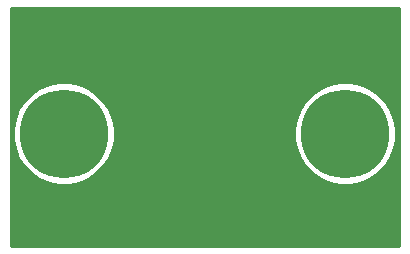
<source format=gbr>
G04 #@! TF.GenerationSoftware,KiCad,Pcbnew,(5.1.6)-1*
G04 #@! TF.CreationDate,2021-04-29T20:17:03-05:00*
G04 #@! TF.ProjectId,BEncoderBoard3(3.2),42456e63-6f64-4657-9242-6f6172643328,rev?*
G04 #@! TF.SameCoordinates,Original*
G04 #@! TF.FileFunction,Copper,L2,Bot*
G04 #@! TF.FilePolarity,Positive*
%FSLAX46Y46*%
G04 Gerber Fmt 4.6, Leading zero omitted, Abs format (unit mm)*
G04 Created by KiCad (PCBNEW (5.1.6)-1) date 2021-04-29 20:17:03*
%MOMM*%
%LPD*%
G01*
G04 APERTURE LIST*
G04 #@! TA.AperFunction,ComponentPad*
%ADD10C,7.500000*%
G04 #@! TD*
G04 #@! TA.AperFunction,ViaPad*
%ADD11C,0.450000*%
G04 #@! TD*
G04 #@! TA.AperFunction,Conductor*
%ADD12C,0.254000*%
G04 #@! TD*
G04 APERTURE END LIST*
D10*
X145351500Y-99822000D03*
X121539000Y-99822000D03*
D11*
X148082000Y-89662000D03*
X145796000Y-89662000D03*
X143510000Y-89662000D03*
X141224000Y-89662000D03*
X139192000Y-89662000D03*
X137414000Y-89662000D03*
X126238000Y-89662000D03*
X128270000Y-89662000D03*
X130302000Y-89662000D03*
X132080000Y-89662000D03*
X134112000Y-89662000D03*
X133349600Y-98704800D03*
X138303000Y-94107000D03*
X128320800Y-99517200D03*
X129108200Y-102565200D03*
X138420000Y-90551000D03*
X138420000Y-91567000D03*
X134112000Y-90424000D03*
X134112000Y-91059000D03*
X134112000Y-91694000D03*
X137160000Y-93116400D03*
D12*
G36*
X149898001Y-109380000D02*
G01*
X117102000Y-109380000D01*
X117102000Y-99395828D01*
X117212000Y-99395828D01*
X117212000Y-100248172D01*
X117378284Y-101084139D01*
X117704462Y-101871603D01*
X118177999Y-102580302D01*
X118780698Y-103183001D01*
X119489397Y-103656538D01*
X120276861Y-103982716D01*
X121112828Y-104149000D01*
X121965172Y-104149000D01*
X122801139Y-103982716D01*
X123588603Y-103656538D01*
X124297302Y-103183001D01*
X124900001Y-102580302D01*
X125373538Y-101871603D01*
X125699716Y-101084139D01*
X125866000Y-100248172D01*
X125866000Y-99395828D01*
X141024500Y-99395828D01*
X141024500Y-100248172D01*
X141190784Y-101084139D01*
X141516962Y-101871603D01*
X141990499Y-102580302D01*
X142593198Y-103183001D01*
X143301897Y-103656538D01*
X144089361Y-103982716D01*
X144925328Y-104149000D01*
X145777672Y-104149000D01*
X146613639Y-103982716D01*
X147401103Y-103656538D01*
X148109802Y-103183001D01*
X148712501Y-102580302D01*
X149186038Y-101871603D01*
X149512216Y-101084139D01*
X149678500Y-100248172D01*
X149678500Y-99395828D01*
X149512216Y-98559861D01*
X149186038Y-97772397D01*
X148712501Y-97063698D01*
X148109802Y-96460999D01*
X147401103Y-95987462D01*
X146613639Y-95661284D01*
X145777672Y-95495000D01*
X144925328Y-95495000D01*
X144089361Y-95661284D01*
X143301897Y-95987462D01*
X142593198Y-96460999D01*
X141990499Y-97063698D01*
X141516962Y-97772397D01*
X141190784Y-98559861D01*
X141024500Y-99395828D01*
X125866000Y-99395828D01*
X125699716Y-98559861D01*
X125373538Y-97772397D01*
X124900001Y-97063698D01*
X124297302Y-96460999D01*
X123588603Y-95987462D01*
X122801139Y-95661284D01*
X121965172Y-95495000D01*
X121112828Y-95495000D01*
X120276861Y-95661284D01*
X119489397Y-95987462D01*
X118780698Y-96460999D01*
X118177999Y-97063698D01*
X117704462Y-97772397D01*
X117378284Y-98559861D01*
X117212000Y-99395828D01*
X117102000Y-99395828D01*
X117102000Y-89154000D01*
X149898000Y-89154000D01*
X149898001Y-109380000D01*
G37*
X149898001Y-109380000D02*
X117102000Y-109380000D01*
X117102000Y-99395828D01*
X117212000Y-99395828D01*
X117212000Y-100248172D01*
X117378284Y-101084139D01*
X117704462Y-101871603D01*
X118177999Y-102580302D01*
X118780698Y-103183001D01*
X119489397Y-103656538D01*
X120276861Y-103982716D01*
X121112828Y-104149000D01*
X121965172Y-104149000D01*
X122801139Y-103982716D01*
X123588603Y-103656538D01*
X124297302Y-103183001D01*
X124900001Y-102580302D01*
X125373538Y-101871603D01*
X125699716Y-101084139D01*
X125866000Y-100248172D01*
X125866000Y-99395828D01*
X141024500Y-99395828D01*
X141024500Y-100248172D01*
X141190784Y-101084139D01*
X141516962Y-101871603D01*
X141990499Y-102580302D01*
X142593198Y-103183001D01*
X143301897Y-103656538D01*
X144089361Y-103982716D01*
X144925328Y-104149000D01*
X145777672Y-104149000D01*
X146613639Y-103982716D01*
X147401103Y-103656538D01*
X148109802Y-103183001D01*
X148712501Y-102580302D01*
X149186038Y-101871603D01*
X149512216Y-101084139D01*
X149678500Y-100248172D01*
X149678500Y-99395828D01*
X149512216Y-98559861D01*
X149186038Y-97772397D01*
X148712501Y-97063698D01*
X148109802Y-96460999D01*
X147401103Y-95987462D01*
X146613639Y-95661284D01*
X145777672Y-95495000D01*
X144925328Y-95495000D01*
X144089361Y-95661284D01*
X143301897Y-95987462D01*
X142593198Y-96460999D01*
X141990499Y-97063698D01*
X141516962Y-97772397D01*
X141190784Y-98559861D01*
X141024500Y-99395828D01*
X125866000Y-99395828D01*
X125699716Y-98559861D01*
X125373538Y-97772397D01*
X124900001Y-97063698D01*
X124297302Y-96460999D01*
X123588603Y-95987462D01*
X122801139Y-95661284D01*
X121965172Y-95495000D01*
X121112828Y-95495000D01*
X120276861Y-95661284D01*
X119489397Y-95987462D01*
X118780698Y-96460999D01*
X118177999Y-97063698D01*
X117704462Y-97772397D01*
X117378284Y-98559861D01*
X117212000Y-99395828D01*
X117102000Y-99395828D01*
X117102000Y-89154000D01*
X149898000Y-89154000D01*
X149898001Y-109380000D01*
M02*

</source>
